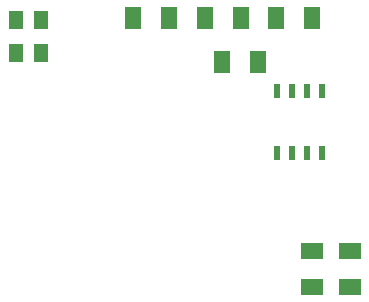
<source format=gbr>
%TF.GenerationSoftware,Altium Limited,Altium Designer,23.6.0 (18)*%
G04 Layer_Color=128*
%FSLAX45Y45*%
%MOMM*%
%TF.SameCoordinates,CF38A103-D8AE-499C-B0C4-B378558345B8*%
%TF.FilePolarity,Positive*%
%TF.FileFunction,Paste,Bot*%
%TF.Part,Single*%
G01*
G75*
%TA.AperFunction,SMDPad,CuDef*%
%ADD11R,1.35000X1.85000*%
%ADD12R,1.85000X1.35000*%
%ADD23R,1.20000X1.50000*%
G04:AMPARAMS|DCode=24|XSize=0.55mm|YSize=1.25mm|CornerRadius=0.0495mm|HoleSize=0mm|Usage=FLASHONLY|Rotation=180.000|XOffset=0mm|YOffset=0mm|HoleType=Round|Shape=RoundedRectangle|*
%AMROUNDEDRECTD24*
21,1,0.55000,1.15100,0,0,180.0*
21,1,0.45100,1.25000,0,0,180.0*
1,1,0.09900,-0.22550,0.57550*
1,1,0.09900,0.22550,0.57550*
1,1,0.09900,0.22550,-0.57550*
1,1,0.09900,-0.22550,-0.57550*
%
%ADD24ROUNDEDRECTD24*%
D11*
X5664300Y11417300D02*
D03*
X5359300D02*
D03*
X5956200D02*
D03*
X6261200D02*
D03*
X5054700D02*
D03*
X4749700D02*
D03*
X5804000Y11051425D02*
D03*
X5499000D02*
D03*
D12*
X6261100Y9143900D02*
D03*
Y9448900D02*
D03*
X6581526Y9448900D02*
D03*
Y9143900D02*
D03*
D23*
X3755800Y11404600D02*
D03*
X3965800D02*
D03*
X3755800Y11124175D02*
D03*
X3965800D02*
D03*
D24*
X6350000Y10278500D02*
D03*
X6223000D02*
D03*
X6096000D02*
D03*
X5969000D02*
D03*
X6350000Y10803500D02*
D03*
X6223000D02*
D03*
X6096000D02*
D03*
X5969000D02*
D03*
%TF.MD5,ac7cefd2e172e378c64990df2a6df544*%
M02*

</source>
